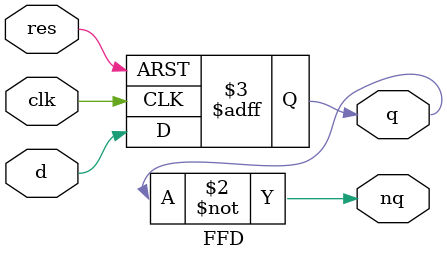
<source format=sv>
module ES(clk, rst, w, z);
	input clk, rst, w;
    output z;
  
    wire y1,y2,nw,ny1,g,h,Y1,Y2;
 
    // Pegrando proximo estado e colocando no estado atual
    FFD Y1F(clk,rst,Y1,y1);
    FFD Y2F(clk,rst,Y2,y2);
    

    // Portas logicas tiradas do mapa de karnout
    not(nw,w);
    not(ny1,y1);
    
    and(Y1, w, w);
    and(g,nw,y1);
    and(h,w,y2,ny1);
    or(Y2,h,g);
    and(z,y2,y1);
    
endmodule

module FFD(input clk,res,d ,output reg q,nq);
  
  always @(posedge clk, posedge res)
    
    if(res)
      q <= 0;
  	else q <= d;

  assign nq = ~q;  
endmodule
</source>
